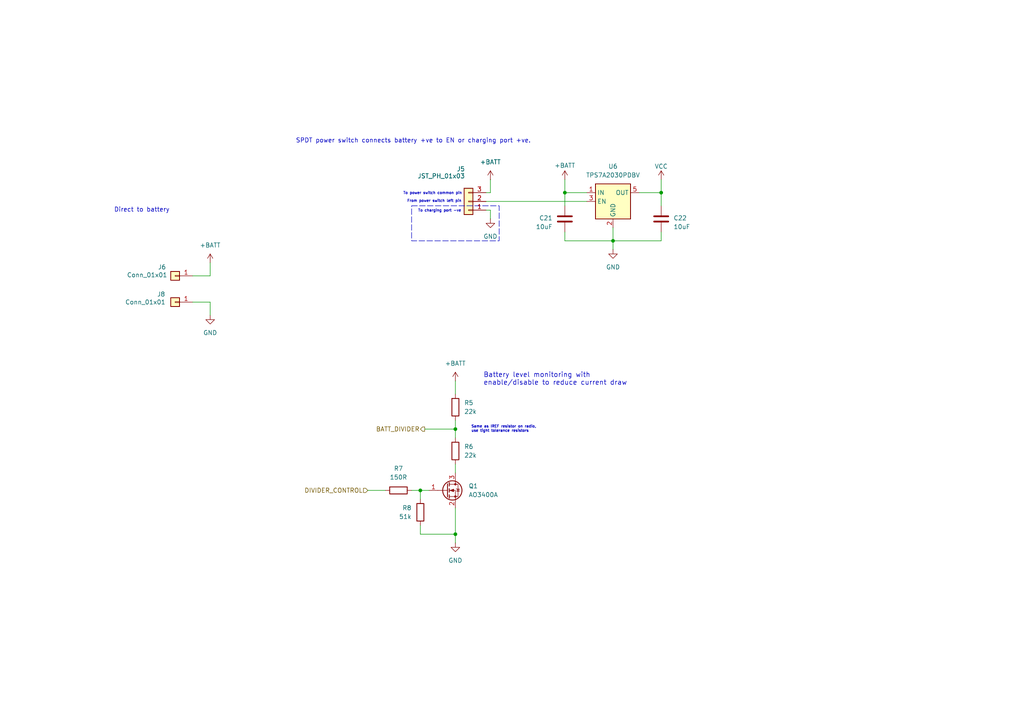
<source format=kicad_sch>
(kicad_sch (version 20231120) (generator "eeschema") (generator_version "8.0")
  (paper "A4")
  (lib_symbols
    (symbol "Connector_Generic:Conn_01x01" (pin_names (offset 1.016) hide)
      (property "Reference" "J" (at 0 2.54 0))
      (property "Value" "Conn_01x01" (at 0 -2.54 0))
      (symbol "Conn_01x01_1_1"
        (rectangle (start -1.27 0.127) (end 0 -0.127) (stroke (width 0.1524)))
        (rectangle (start -1.27 1.27) (end 1.27 -1.27) (stroke (width 0.254)) (fill (type background)))
        (pin passive line (at -5.08 0 0) (length 3.81) (name "Pin_1") (number "1"))
      )
    )
    (symbol "Connector_Generic:Conn_01x03" (pin_names (offset 1.016) hide)
      (property "Reference" "J" (at 0 5.08 0))
      (property "Value" "Conn_01x03" (at 0 -5.08 0))
      (symbol "Conn_01x03_1_1"
        (rectangle (start -1.27 -2.413) (end 0 -2.667) (stroke (width 0.1524)))
        (rectangle (start -1.27 0.127) (end 0 -0.127) (stroke (width 0.1524)))
        (rectangle (start -1.27 2.667) (end 0 2.413) (stroke (width 0.1524)))
        (rectangle (start -1.27 3.81) (end 1.27 -3.81) (stroke (width 0.254)) (fill (type background)))
        (pin passive line (at -5.08 2.54 0) (length 3.81) (name "Pin_1") (number "1"))
        (pin passive line (at -5.08 0 0) (length 3.81) (name "Pin_2") (number "2"))
        (pin passive line (at -5.08 -2.54 0) (length 3.81) (name "Pin_3") (number "3"))
      )
    )
    (symbol "Device:C" (pin_numbers hide) (pin_names (offset 0.254))
      (property "Reference" "C" (at 0.635 2.54 0))
      (property "Value" "C" (at 0.635 -2.54 0))
      (symbol "C_0_1"
        (polyline (pts (xy -2.032 -0.762) (xy 2.032 -0.762)) (stroke (width 0.508)))
        (polyline (pts (xy -2.032 0.762) (xy 2.032 0.762)) (stroke (width 0.508)))
      )
      (symbol "C_1_1"
        (pin passive line (at 0 3.81 270) (length 2.794) (name "~") (number "1"))
        (pin passive line (at 0 -3.81 90) (length 2.794) (name "~") (number "2"))
      )
    )
    (symbol "Device:R" (pin_numbers hide) (pin_names (offset 0))
      (property "Reference" "R" (at 2.032 0 90))
      (property "Value" "R" (at 0 0 90))
      (symbol "R_0_1"
        (rectangle (start -1.016 -2.54) (end 1.016 2.54) (stroke (width 0.254)))
      )
      (symbol "R_1_1"
        (pin passive line (at 0 3.81 270) (length 1.27) (name "~") (number "1"))
        (pin passive line (at 0 -3.81 90) (length 1.27) (name "~") (number "2"))
      )
    )
    (symbol "Transistor_FET:AO3400A" (pin_names hide)
      (property "Reference" "Q" (at 5.08 1.905 0))
      (property "Value" "AO3400A" (at 5.08 0 0))
      (symbol "AO3400A_0_1"
        (polyline (pts (xy 0.254 0) (xy -2.54 0)))
        (polyline (pts (xy 0.254 1.905) (xy 0.254 -1.905)) (stroke (width 0.254)))
        (polyline (pts (xy 0.762 -1.27) (xy 0.762 -2.286)) (stroke (width 0.254)))
        (polyline (pts (xy 0.762 0.508) (xy 0.762 -0.508)) (stroke (width 0.254)))
        (polyline (pts (xy 0.762 2.286) (xy 0.762 1.27)) (stroke (width 0.254)))
        (polyline (pts (xy 2.54 2.54) (xy 2.54 1.778)))
        (polyline (pts (xy 2.54 -2.54) (xy 2.54 0) (xy 0.762 0)))
        (polyline (pts (xy 0.762 -1.778) (xy 3.302 -1.778) (xy 3.302 1.778) (xy 0.762 1.778)))
        (polyline (pts (xy 1.016 0) (xy 2.032 0.381) (xy 2.032 -0.381) (xy 1.016 0)) (fill (type outline)))
        (polyline (pts (xy 2.794 0.508) (xy 2.921 0.381) (xy 3.683 0.381) (xy 3.81 0.254)))
        (polyline (pts (xy 3.302 0.381) (xy 2.921 -0.254) (xy 3.683 -0.254) (xy 3.302 0.381)))
        (circle (center 1.651 0) (radius 2.794) (stroke (width 0.254)))
        (circle (center 2.54 -1.778) (radius 0.254) (fill (type outline)))
        (circle (center 2.54 1.778) (radius 0.254) (fill (type outline)))
      )
      (symbol "AO3400A_1_1"
        (pin input line (at -5.08 0 0) (length 2.54) (name "G") (number "1"))
        (pin passive line (at 2.54 -5.08 90) (length 2.54) (name "S") (number "2"))
        (pin passive line (at 2.54 5.08 270) (length 2.54) (name "D") (number "3"))
      )
    )
    (symbol "heli_symbols:TPS7A20"
      (property "Reference" "U" (at -3.81 6.35 0))
      (property "Value" "TPS7A2030PDBV" (at 6.35 6.35 0))
      (symbol "TPS7A20_0_1"
        (rectangle (start -5.08 -5.08) (end 5.08 5.08) (stroke (width 0.254)) (fill (type background)))
        (pin power_in line (at -7.62 2.54 0) (length 2.54) (name "IN") (number "1"))
        (pin power_in line (at 0 -7.62 90) (length 2.54) (name "GND") (number "2"))
        (pin input line (at -7.62 0 0) (length 2.54) (name "EN") (number "3"))
        (pin no_connect line (at 5.08 0 180) (length 2.54) hide (name "NC") (number "4"))
        (pin power_out line (at 7.62 2.54 180) (length 2.54) (name "OUT") (number "5"))
      )
    )
    (symbol "power:+BATT" (power) (pin_numbers hide) (pin_names (offset 0) hide)
      (property "Value" "+BATT" (at 0 3.556 0))
      (symbol "+BATT_0_1"
        (polyline (pts (xy -0.762 1.27) (xy 0 2.54)))
        (polyline (pts (xy 0 0) (xy 0 2.54)))
        (polyline (pts (xy 0 2.54) (xy 0.762 1.27)))
      )
      (symbol "+BATT_1_1"
        (pin power_in line (at 0 0 90) (length 0) (name "~") (number "1"))
      )
    )
    (symbol "power:GND" (power) (pin_numbers hide) (pin_names (offset 0) hide)
      (property "Value" "GND" (at 0 -3.81 0))
      (symbol "GND_0_1"
        (polyline (pts (xy 0 0) (xy 0 -1.27) (xy 1.27 -1.27) (xy 0 -2.54) (xy -1.27 -1.27) (xy 0 -1.27)))
      )
      (symbol "GND_1_1"
        (pin power_in line (at 0 0 270) (length 0) (name "~") (number "1"))
      )
    )
    (symbol "power:VCC" (power) (pin_numbers hide) (pin_names (offset 0) hide)
      (property "Value" "VCC" (at 0 3.556 0))
      (symbol "VCC_0_1"
        (polyline (pts (xy -0.762 1.27) (xy 0 2.54)))
        (polyline (pts (xy 0 0) (xy 0 2.54)))
        (polyline (pts (xy 0 2.54) (xy 0.762 1.27)))
      )
      (symbol "VCC_1_1"
        (pin power_in line (at 0 0 90) (length 0) (name "~") (number "1"))
      )
    )
  )
  (junction (at 121.92 142.24))
  (junction (at 163.83 55.88))
  (junction (at 132.08 124.46))
  (junction (at 177.8 69.85))
  (junction (at 132.08 154.94))
  (junction (at 191.77 55.88))
  (wire (pts (xy 191.77 52.07) (xy 191.77 55.88)))
  (wire (pts (xy 132.08 147.32) (xy 132.08 154.94)))
  (wire (pts (xy 142.24 52.07) (xy 142.24 55.88)))
  (wire (pts (xy 132.08 124.46) (xy 132.08 127)))
  (wire (pts (xy 177.8 69.85) (xy 191.77 69.85)))
  (wire (pts (xy 177.8 72.39) (xy 177.8 69.85)))
  (wire (pts (xy 55.88 80.01) (xy 60.96 80.01)))
  (wire (pts (xy 163.83 67.31) (xy 163.83 69.85)))
  (wire (pts (xy 191.77 55.88) (xy 191.77 59.69)))
  (wire (pts (xy 119.38 142.24) (xy 121.92 142.24)))
  (wire (pts (xy 163.83 69.85) (xy 177.8 69.85)))
  (wire (pts (xy 132.08 134.62) (xy 132.08 137.16)))
  (wire (pts (xy 191.77 67.31) (xy 191.77 69.85)))
  (wire (pts (xy 177.8 66.04) (xy 177.8 69.85)))
  (wire (pts (xy 132.08 110.49) (xy 132.08 114.3)))
  (wire (pts (xy 140.97 55.88) (xy 142.24 55.88)))
  (wire (pts (xy 132.08 154.94) (xy 132.08 157.48)))
  (wire (pts (xy 55.88 87.63) (xy 60.96 87.63)))
  (wire (pts (xy 132.08 121.92) (xy 132.08 124.46)))
  (wire (pts (xy 121.92 152.4) (xy 121.92 154.94)))
  (wire (pts (xy 106.68 142.24) (xy 111.76 142.24)))
  (wire (pts (xy 185.42 55.88) (xy 191.77 55.88)))
  (wire (pts (xy 163.83 55.88) (xy 163.83 59.69)))
  (wire (pts (xy 140.97 60.96) (xy 142.24 60.96)))
  (wire (pts (xy 121.92 142.24) (xy 121.92 144.78)))
  (wire (pts (xy 142.24 60.96) (xy 142.24 63.5)))
  (wire (pts (xy 123.19 124.46) (xy 132.08 124.46)))
  (wire (pts (xy 121.92 142.24) (xy 124.46 142.24)))
  (wire (pts (xy 60.96 87.63) (xy 60.96 91.44)))
  (wire (pts (xy 140.97 58.42) (xy 170.18 58.42)))
  (wire (pts (xy 163.83 52.07) (xy 163.83 55.88)))
  (wire (pts (xy 121.92 154.94) (xy 132.08 154.94)))
  (wire (pts (xy 163.83 55.88) (xy 170.18 55.88)))
  (wire (pts (xy 60.96 76.2) (xy 60.96 80.01)))
  (rectangle (start 119.38 59.69) (end 144.78 69.85) (stroke (width 0) (type dash)))
  (text "To charging port -ve" (at 127.508 61.214 0) (effects (font (size 0.762 0.762))))
  (text "Direct to battery" (at 41.148 60.96 0) (effects (font (size 1.27 1.27))))
  (text "From power switch left pin" (at 125.984 58.42 0) (effects (font (size 0.762 0.762))))
  (text "Same as IREF resistor on radio,\nuse tight tolerance resistors" (at 136.652 124.46 0) (effects (font (size 0.762 0.762)) (justify left)))
  (text "Battery level monitoring with\nenable/disable to reduce current draw" (at 140.208 109.982 0) (effects (font (size 1.397 1.397)) (justify left)))
  (text "To power switch common pin" (at 125.476 56.134 0) (effects (font (size 0.762 0.762))))
  (text "SPDT power switch connects battery +ve to EN or charging port +ve." (at 119.888 40.894 0) (effects (font (size 1.27 1.27))))
  (hierarchical_label "BATT_DIVIDER" (shape output) (at 123.19 124.46 180))
  (hierarchical_label "DIVIDER_CONTROL" (shape input) (at 106.68 142.24 180))
  (symbol (lib_id "power:VCC") (at 191.77 52.07 0) (unit 1)
    (property "Reference" "#PWR038" (effects (hide yes)))
    (property "Value" "VCC" (at 191.77 48.26 0))
    (property "Description" "Power symbol creates a global label with name \"VCC\"" (effects (hide yes)))
  )
  (symbol (lib_id "Connector_Generic:Conn_01x03") (at 135.89 58.42 180) (unit 1)
    (property "Reference" "J5" (at 134.874 49.022 0) (effects (justify left)))
    (property "Value" "JST_PH_01x03" (at 134.874 51.054 0) (effects (justify left)))
    (property "Footprint" "Connector_JST:JST_PH_B3B-PH-K_1x03_P2.00mm_Vertical" (effects (hide yes)))
    (property "Description" "Generic connector, single row, 01x03, script generated (kicad-library-utils/schlib/autogen/connector/)" (effects (hide yes)))
  )
  (symbol (lib_id "Device:R") (at 132.08 130.81 0) (unit 1)
    (property "Reference" "R6" (at 134.62 129.5399 0) (effects (justify left)))
    (property "Value" "22k" (at 134.62 132.0799 0) (effects (justify left)))
    (property "Footprint" "Resistor_SMD:R_0603_1608Metric_Pad0.98x0.95mm_HandSolder" (effects (hide yes)))
    (property "Description" "Resistor" (effects (hide yes)))
  )
  (symbol (lib_id "Device:C") (at 191.77 63.5 0) (unit 1)
    (property "Reference" "C22" (at 195.326 63.246 0) (effects (justify left)))
    (property "Value" "10uF" (at 195.326 65.786 0) (effects (justify left)))
    (property "Footprint" "Capacitor_SMD:C_0603_1608Metric_Pad1.08x0.95mm_HandSolder" (effects (hide yes)))
    (property "Description" "Unpolarized capacitor" (effects (hide yes)))
  )
  (symbol (lib_id "power:+BATT") (at 60.96 76.2 0) (mirror y) (unit 1)
    (property "Reference" "#PWR045" (effects (hide yes)))
    (property "Value" "+BATT" (at 60.96 71.12 0))
    (property "Description" "Power symbol creates a global label with name \"+BATT\"" (effects (hide yes)))
  )
  (symbol (lib_id "power:GND") (at 177.8 72.39 0) (unit 1)
    (property "Reference" "#PWR037" (effects (hide yes)))
    (property "Value" "GND" (at 177.8 77.47 0))
    (property "Description" "Power symbol creates a global label with name \"GND\" , ground" (effects (hide yes)))
  )
  (symbol (lib_id "Device:R") (at 115.57 142.24 90) (unit 1)
    (property "Reference" "R7" (at 115.57 135.89 90))
    (property "Value" "150R" (at 115.57 138.43 90))
    (property "Footprint" "Resistor_SMD:R_0603_1608Metric_Pad0.98x0.95mm_HandSolder" (effects (hide yes)))
    (property "Description" "Resistor" (effects (hide yes)))
  )
  (symbol (lib_id "Connector_Generic:Conn_01x01") (at 50.8 87.63 180) (unit 1)
    (property "Reference" "J8" (at 46.736 85.344 0))
    (property "Value" "Conn_01x01" (at 42.164 87.63 0))
    (property "Footprint" "Connector_Wire:SolderWire-1sqmm_1x01_D1.4mm_OD3.9mm" (effects (hide yes)))
    (property "Description" "Generic connector, single row, 01x01, script generated (kicad-library-utils/schlib/autogen/connector/)" (effects (hide yes)))
  )
  (symbol (lib_id "Transistor_FET:AO3400A") (at 129.54 142.24 0) (unit 1)
    (property "Reference" "Q1" (at 135.89 140.9699 0) (effects (justify left)))
    (property "Value" "AO3400A" (at 135.89 143.5099 0) (effects (justify left)))
    (property "Footprint" "Package_TO_SOT_SMD:SOT-23" (effects (hide yes)))
    (property "Datasheet" "http://www.aosmd.com/pdfs/datasheet/AO3400A.pdf" (effects (hide yes)))
    (property "Description" "30V Vds, 5.7A Id, N-Channel MOSFET, SOT-23" (effects (hide yes)))
  )
  (symbol (lib_id "power:+BATT") (at 132.08 110.49 0) (mirror y) (unit 1)
    (property "Reference" "#PWR049" (effects (hide yes)))
    (property "Value" "+BATT" (at 132.08 105.41 0))
    (property "Description" "Power symbol creates a global label with name \"+BATT\"" (effects (hide yes)))
  )
  (symbol (lib_id "power:GND") (at 60.96 91.44 0) (mirror y) (unit 1)
    (property "Reference" "#PWR046" (effects (hide yes)))
    (property "Value" "GND" (at 60.96 96.52 0))
    (property "Description" "Power symbol creates a global label with name \"GND\" , ground" (effects (hide yes)))
  )
  (symbol (lib_id "power:GND") (at 142.24 63.5 0) (mirror y) (unit 1)
    (property "Reference" "#PWR048" (effects (hide yes)))
    (property "Value" "GND" (at 142.24 68.58 0))
    (property "Description" "Power symbol creates a global label with name \"GND\" , ground" (effects (hide yes)))
  )
  (symbol (lib_id "power:GND") (at 132.08 157.48 0) (mirror y) (unit 1)
    (property "Reference" "#PWR050" (effects (hide yes)))
    (property "Value" "GND" (at 132.08 162.56 0))
    (property "Description" "Power symbol creates a global label with name \"GND\" , ground" (effects (hide yes)))
  )
  (symbol (lib_id "Connector_Generic:Conn_01x01") (at 50.8 80.01 180) (unit 1)
    (property "Reference" "J6" (at 46.99 77.47 0))
    (property "Value" "Conn_01x01" (at 42.672 79.756 0))
    (property "Footprint" "Connector_Wire:SolderWire-1sqmm_1x01_D1.4mm_OD3.9mm" (effects (hide yes)))
    (property "Description" "Generic connector, single row, 01x01, script generated (kicad-library-utils/schlib/autogen/connector/)" (effects (hide yes)))
  )
  (symbol (lib_id "Device:C") (at 163.83 63.5 0) (mirror y) (unit 1)
    (property "Reference" "C21" (at 160.274 63.246 0) (effects (justify left)))
    (property "Value" "10uF" (at 160.274 65.786 0) (effects (justify left)))
    (property "Footprint" "Capacitor_SMD:C_0603_1608Metric_Pad1.08x0.95mm_HandSolder" (effects (hide yes)))
    (property "Description" "Unpolarized capacitor" (effects (hide yes)))
  )
  (symbol (lib_id "Device:R") (at 132.08 118.11 0) (unit 1)
    (property "Reference" "R5" (at 134.62 116.8399 0) (effects (justify left)))
    (property "Value" "22k" (at 134.62 119.3799 0) (effects (justify left)))
    (property "Footprint" "Resistor_SMD:R_0603_1608Metric_Pad0.98x0.95mm_HandSolder" (effects (hide yes)))
    (property "Description" "Resistor" (effects (hide yes)))
  )
  (symbol (lib_id "power:+BATT") (at 142.24 52.07 0) (unit 1)
    (property "Reference" "#PWR047" (effects (hide yes)))
    (property "Value" "+BATT" (at 142.24 46.99 0))
    (property "Description" "Power symbol creates a global label with name \"+BATT\"" (effects (hide yes)))
  )
  (symbol (lib_id "power:+BATT") (at 163.83 52.07 0) (unit 1)
    (property "Reference" "#PWR036" (effects (hide yes)))
    (property "Value" "+BATT" (at 163.83 48.006 0))
    (property "Description" "Power symbol creates a global label with name \"+BATT\"" (effects (hide yes)))
  )
  (symbol (lib_id "heli_symbols:TPS7A20") (at 177.8 58.42 0) (unit 1)
    (property "Reference" "U6" (at 177.8 48.26 0))
    (property "Value" "TPS7A2030PDBV" (at 177.8 50.8 0))
    (property "Footprint" "Package_TO_SOT_SMD:SOT-23-5_HandSoldering" (effects (hide yes)))
    (property "Datasheet" "https://www.ti.com/lit/ds/symlink/tps7a20.pdf" (effects (hide yes)))
    (property "Description" "300-mA Ultra-Low-Noise Low-IQ, High PSRR LDO, 3.0V, SOT-23" (effects (hide yes)))
  )
  (symbol (lib_id "Device:R") (at 121.92 148.59 0) (mirror x) (unit 1)
    (property "Reference" "R8" (at 119.38 147.3199 0) (effects (justify right)))
    (property "Value" "51k" (at 119.38 149.8599 0) (effects (justify right)))
    (property "Footprint" "Resistor_SMD:R_0603_1608Metric_Pad0.98x0.95mm_HandSolder" (effects (hide yes)))
    (property "Description" "Resistor" (effects (hide yes)))
  )
)
</source>
